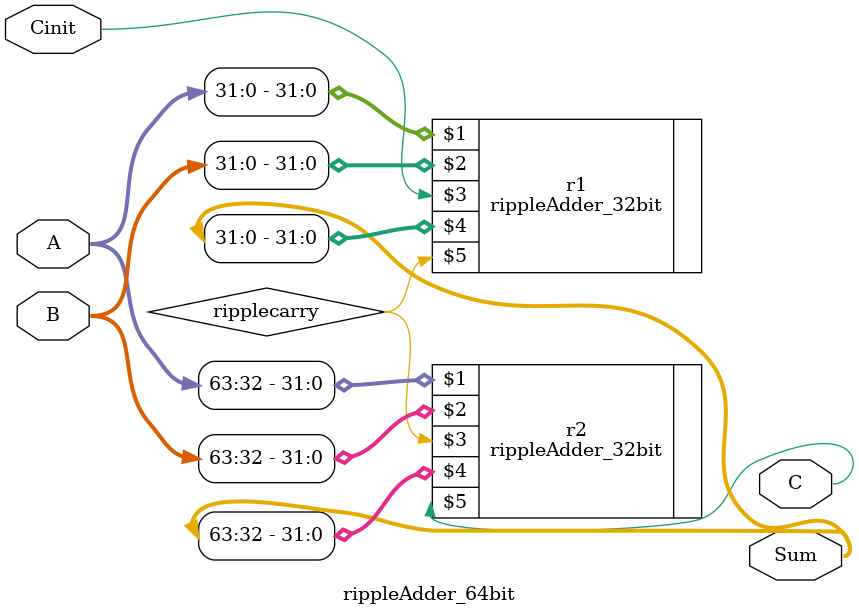
<source format=v>

module rippleAdder_64bit(A,B,Cinit,Sum,C);
    input[63:0] A,B;
    output[63:0] Sum;
    input Cinit;
    output C;

    wire ripplecarry;
    rippleAdder_32bit r1(A[31:0],B[31:0],Cinit,Sum[31:0],ripplecarry);
    rippleAdder_32bit r2(A[63:32],B[63:32],ripplecarry,Sum[63:32],C);

endmodule

</source>
